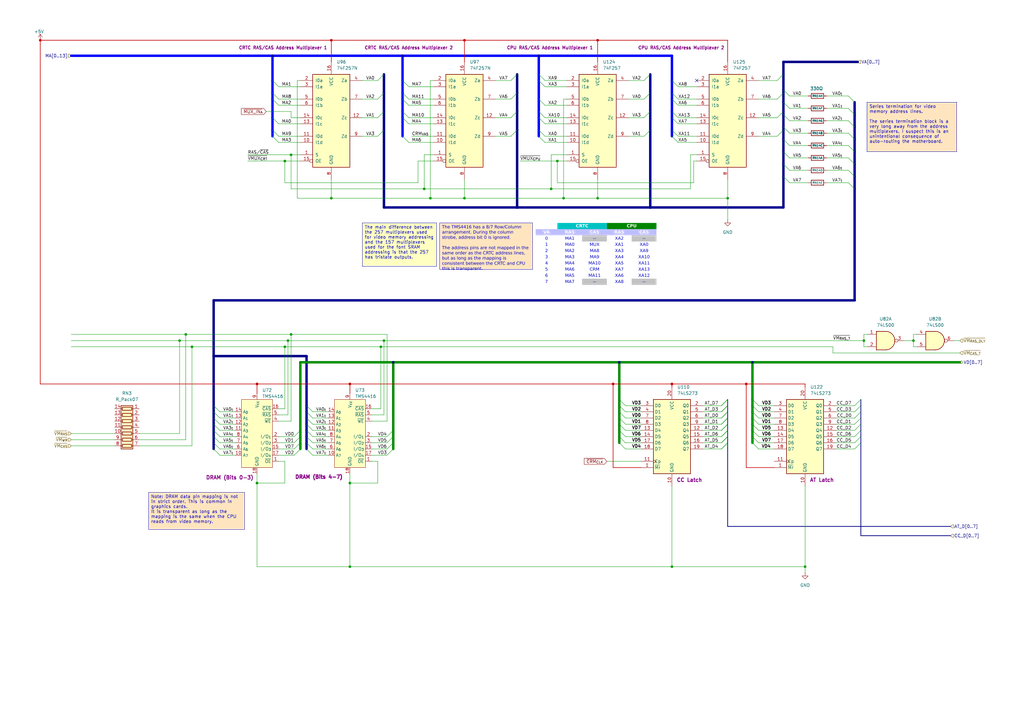
<source format=kicad_sch>
(kicad_sch (version 20250114) (generator "eeschema") (generator_version "9.0")
  (paper "A3")
  (text_box "Series termination for video memory address lines.\n\nThe series termination block is a very long away from the address multiplexers. I suspect this is an unintentional consequence of auto-routing the motherboard." (at 355.6 41.91 0) (size 36.83 20.32) (margins 0.9525 0.9525 0.9525 0.9525) (fill (type color) (color 255 229 191 1)) (effects (font (size 1.27 1.27)) (justify left top)))
  (text_box "Note: DRAM data pin mapping is not in strict order. This is common in graphics cards.\nIt is transparent as long as the mapping is the same when the CPU reads from video memory." (at 60.96 201.93 0) (size 39.37 15.24) (margins 0.9525 0.9525 0.9525 0.9525) (fill (type color) (color 255 229 191 1)) (effects (font (size 1.27 1.27)) (justify left top)))
  (text_box "The TMS4416 has a 8/7 Row/Column arrangement. During the column strobe, address bit 0 is ignored.\n\nThe address pins are not mapped in the same order as the CRTC address lines, but as long as the mapping is consistent between the CRTC and CPU this is transparent." (at 180.34 91.44 0) (size 38.1 19.05) (margins 0.9525 0.9525 0.9525 0.9525) (fill (type color) (color 255 229 191 1)) (effects (font (size 1.27 1.27)) (justify left top)))
  (text_box "The main difference between the 257 multiplexers used for video memory addressing and the 157 multiplexers used for the font SRAM addressing is that the 257 has tristate outputs." (at 148.59 91.44 0) (size 30.48 17.78) (margins 0.9525 0.9525 0.9525 0.9525) (fill (type color) (color 255 255 194 1)) (effects (font (size 1.27 1.27)) (justify left top)))
  (junction (at 116.84 66.04))
  (junction (at 251.46 157.48) (color 194 0 0 1))
  (junction (at 231.14 81.28))
  (junction (at 143.51 157.48) (color 194 0 0 1))
  (junction (at 275.59 157.48) (color 194 0 0 1))
  (junction (at 119.38 137.16))
  (junction (at 135.89 81.28))
  (junction (at 226.06 77.47))
  (junction (at 116.84 142.24))
  (junction (at 254 148.59))
  (junction (at 119.38 63.5))
  (junction (at 212.09 85.09))
  (junction (at 190.5 16.51) (color 194 0 0 1))
  (junction (at 374.65 139.7))
  (junction (at 266.7 85.09))
  (junction (at 87.63 146.05))
  (junction (at 161.29 148.59))
  (junction (at 176.53 81.28))
  (junction (at 275.59 232.41))
  (junction (at 245.11 81.28))
  (junction (at 245.11 16.51) (color 194 0 0 1))
  (junction (at 16.51 16.51) (color 194 0 0 1))
  (junction (at 111.76 22.86))
  (junction (at 73.66 139.7))
  (junction (at 135.89 16.51) (color 194 0 0 1))
  (junction (at 354.33 139.7))
  (junction (at 105.41 198.12))
  (junction (at 156.21 142.24))
  (junction (at 78.74 142.24))
  (junction (at 173.99 77.47))
  (junction (at 190.5 81.28))
  (junction (at 105.41 157.48) (color 194 0 0 1))
  (junction (at 220.98 22.86))
  (junction (at 228.6 66.04))
  (junction (at 118.11 139.7))
  (junction (at 76.2 137.16))
  (junction (at 143.51 232.41))
  (junction (at 298.45 81.28))
  (junction (at 165.1 22.86))
  (junction (at 306.07 157.48) (color 194 0 0 1))
  (junction (at 157.48 139.7))
  (junction (at 143.51 198.12))
  (junction (at 330.2 232.41))
  (junction (at 308.61 148.59))
  (no_connect (at 285.75 33.02))
  (bus_entry (at 318.77 48.26) (size 2.54 -2.54))
  (bus_entry (at 318.77 40.64) (size 2.54 -2.54))
  (bus_entry (at 154.94 48.26) (size 2.54 -2.54))
  (bus_entry (at 161.29 176.53) (size -2.54 2.54))
  (bus_entry (at 298.45 176.53) (size -2.54 2.54))
  (bus_entry (at 353.06 163.83) (size -2.54 2.54))
  (bus_entry (at 165.1 38.1) (size 2.54 2.54))
  (bus_entry (at 254 173.99) (size 2.54 2.54))
  (bus_entry (at 321.31 72.39) (size 2.54 2.54))
  (bus_entry (at 87.63 176.53) (size 2.54 2.54))
  (bus_entry (at 298.45 163.83) (size -2.54 2.54))
  (bus_entry (at 308.61 173.99) (size 2.54 2.54))
  (bus_entry (at 87.63 171.45) (size 2.54 2.54))
  (bus_entry (at 298.45 163.83) (size -2.54 2.54))
  (bus_entry (at 275.59 45.72) (size 2.54 2.54))
  (bus_entry (at 275.59 53.34) (size 2.54 2.54))
  (bus_entry (at 318.77 55.88) (size 2.54 -2.54))
  (bus_entry (at 111.76 40.64) (size 2.54 2.54))
  (bus_entry (at 87.63 168.91) (size 2.54 2.54))
  (bus_entry (at 353.06 168.91) (size -2.54 2.54))
  (bus_entry (at 298.45 179.07) (size -2.54 2.54))
  (bus_entry (at 264.16 40.64) (size 2.54 -2.54))
  (bus_entry (at 350.52 77.47) (size -2.54 -2.54))
  (bus_entry (at 165.1 55.88) (size 2.54 2.54))
  (bus_entry (at 125.73 181.61) (size 2.54 2.54))
  (bus_entry (at 220.98 30.48) (size 2.54 2.54))
  (bus_entry (at 353.06 171.45) (size -2.54 2.54))
  (bus_entry (at 350.52 52.07) (size -2.54 -2.54))
  (bus_entry (at 275.59 38.1) (size 2.54 2.54))
  (bus_entry (at 321.31 57.15) (size 2.54 2.54))
  (bus_entry (at 220.98 53.34) (size 2.54 2.54))
  (bus_entry (at 350.52 57.15) (size -2.54 -2.54))
  (bus_entry (at 123.19 184.15) (size -2.54 2.54))
  (bus_entry (at 125.73 184.15) (size 2.54 2.54))
  (bus_entry (at 154.94 40.64) (size 2.54 -2.54))
  (bus_entry (at 298.45 171.45) (size -2.54 2.54))
  (bus_entry (at 264.16 48.26) (size 2.54 -2.54))
  (bus_entry (at 275.59 33.02) (size 2.54 2.54))
  (bus_entry (at 87.63 166.37) (size 2.54 2.54))
  (bus_entry (at 125.73 168.91) (size 2.54 2.54))
  (bus_entry (at 353.06 179.07) (size -2.54 2.54))
  (bus_entry (at 254 171.45) (size 2.54 2.54))
  (bus_entry (at 111.76 48.26) (size 2.54 2.54))
  (bus_entry (at 321.31 67.31) (size 2.54 2.54))
  (bus_entry (at 264.16 33.02) (size 2.54 -2.54))
  (bus_entry (at 125.73 176.53) (size 2.54 2.54))
  (bus_entry (at 298.45 168.91) (size -2.54 2.54))
  (bus_entry (at 123.19 176.53) (size -2.54 2.54))
  (bus_entry (at 161.29 184.15) (size -2.54 2.54))
  (bus_entry (at 125.73 166.37) (size 2.54 2.54))
  (bus_entry (at 298.45 166.37) (size -2.54 2.54))
  (bus_entry (at 111.76 55.88) (size 2.54 2.54))
  (bus_entry (at 123.19 179.07) (size -2.54 2.54))
  (bus_entry (at 209.55 55.88) (size 2.54 -2.54))
  (bus_entry (at 220.98 55.88) (size 2.54 2.54))
  (bus_entry (at 298.45 173.99) (size -2.54 2.54))
  (bus_entry (at 308.61 166.37) (size 2.54 2.54))
  (bus_entry (at 350.52 41.91) (size -2.54 -2.54))
  (bus_entry (at 154.94 55.88) (size 2.54 -2.54))
  (bus_entry (at 254 176.53) (size 2.54 2.54))
  (bus_entry (at 321.31 52.07) (size 2.54 2.54))
  (bus_entry (at 308.61 179.07) (size 2.54 2.54))
  (bus_entry (at 298.45 176.53) (size -2.54 2.54))
  (bus_entry (at 264.16 55.88) (size 2.54 -2.54))
  (bus_entry (at 111.76 53.34) (size 2.54 2.54))
  (bus_entry (at 353.06 166.37) (size -2.54 2.54))
  (bus_entry (at 209.55 48.26) (size 2.54 -2.54))
  (bus_entry (at 111.76 33.02) (size 2.54 2.54))
  (bus_entry (at 87.63 181.61) (size 2.54 2.54))
  (bus_entry (at 308.61 181.61) (size 2.54 2.54))
  (bus_entry (at 111.76 38.1) (size 2.54 2.54))
  (bus_entry (at 123.19 181.61) (size -2.54 2.54))
  (bus_entry (at 298.45 181.61) (size -2.54 2.54))
  (bus_entry (at 321.31 46.99) (size 2.54 2.54))
  (bus_entry (at 350.52 62.23) (size -2.54 -2.54))
  (bus_entry (at 318.77 33.02) (size 2.54 -2.54))
  (bus_entry (at 87.63 184.15) (size 2.54 2.54))
  (bus_entry (at 125.73 179.07) (size 2.54 2.54))
  (bus_entry (at 209.55 33.02) (size 2.54 -2.54))
  (bus_entry (at 220.98 45.72) (size 2.54 2.54))
  (bus_entry (at 298.45 181.61) (size -2.54 2.54))
  (bus_entry (at 125.73 171.45) (size 2.54 2.54))
  (bus_entry (at 353.06 176.53) (size -2.54 2.54))
  (bus_entry (at 275.59 40.64) (size 2.54 2.54))
  (bus_entry (at 308.61 171.45) (size 2.54 2.54))
  (bus_entry (at 275.59 48.26) (size 2.54 2.54))
  (bus_entry (at 87.63 179.07) (size 2.54 2.54))
  (bus_entry (at 353.06 181.61) (size -2.54 2.54))
  (bus_entry (at 308.61 163.83) (size 2.54 2.54))
  (bus_entry (at 321.31 36.83) (size 2.54 2.54))
  (bus_entry (at 254 181.61) (size 2.54 2.54))
  (bus_entry (at 220.98 48.26) (size 2.54 2.54))
  (bus_entry (at 298.45 173.99) (size -2.54 2.54))
  (bus_entry (at 254 163.83) (size 2.54 2.54))
  (bus_entry (at 308.61 176.53) (size 2.54 2.54))
  (bus_entry (at 298.45 179.07) (size -2.54 2.54))
  (bus_entry (at 209.55 40.64) (size 2.54 -2.54))
  (bus_entry (at 275.59 55.88) (size 2.54 2.54))
  (bus_entry (at 350.52 67.31) (size -2.54 -2.54))
  (bus_entry (at 161.29 179.07) (size -2.54 2.54))
  (bus_entry (at 254 168.91) (size 2.54 2.54))
  (bus_entry (at 353.06 173.99) (size -2.54 2.54))
  (bus_entry (at 220.98 40.64) (size 2.54 2.54))
  (bus_entry (at 298.45 168.91) (size -2.54 2.54))
  (bus_entry (at 165.1 33.02) (size 2.54 2.54))
  (bus_entry (at 350.52 46.99) (size -2.54 -2.54))
  (bus_entry (at 350.52 72.39) (size -2.54 -2.54))
  (bus_entry (at 321.31 41.91) (size 2.54 2.54))
  (bus_entry (at 154.94 33.02) (size 2.54 -2.54))
  (bus_entry (at 165.1 48.26) (size 2.54 2.54))
  (bus_entry (at 161.29 181.61) (size -2.54 2.54))
  (bus_entry (at 165.1 40.64) (size 2.54 2.54))
  (bus_entry (at 321.31 62.23) (size 2.54 2.54))
  (bus_entry (at 254 166.37) (size 2.54 2.54))
  (bus_entry (at 298.45 166.37) (size -2.54 2.54))
  (bus_entry (at 254 179.07) (size 2.54 2.54))
  (bus_entry (at 165.1 45.72) (size 2.54 2.54))
  (bus_entry (at 308.61 168.91) (size 2.54 2.54))
  (bus_entry (at 125.73 173.99) (size 2.54 2.54))
  (bus_entry (at 220.98 33.02) (size 2.54 2.54))
  (bus_entry (at 298.45 171.45) (size -2.54 2.54))
  (bus_entry (at 87.63 173.99) (size 2.54 2.54))
  (wire (pts (xy 135.89 16.51) (xy 190.5 16.51)) (stroke (width 0.25) (color 194 0 0 1)))
  (wire (pts (xy 228.6 66.04) (xy 232.41 66.04)))
  (wire (pts (xy 374.65 137.16) (xy 374.65 139.7)))
  (wire (pts (xy 374.65 142.24) (xy 375.92 142.24)))
  (wire (pts (xy 105.41 157.48) (xy 16.51 157.48)) (stroke (width 0.25) (color 194 0 0 1)))
  (wire (pts (xy 101.6 63.5) (xy 119.38 63.5)))
  (wire (pts (xy 245.11 81.28) (xy 298.45 81.28)))
  (bus (pts (xy 350.52 41.91) (xy 350.52 46.99)) (stroke (width 1)))
  (bus (pts (xy 220.98 40.64) (xy 220.98 45.72)) (stroke (width 1) (color 0 0 255 1)))
  (bus (pts (xy 350.52 46.99) (xy 350.52 52.07)) (stroke (width 1)))
  (bus (pts (xy 353.06 181.61) (xy 353.06 179.07)))
  (wire (pts (xy 275.59 232.41) (xy 143.51 232.41)))
  (bus (pts (xy 87.63 176.53) (xy 87.63 179.07)) (stroke (width 1)))
  (bus (pts (xy 212.09 85.09) (xy 266.7 85.09)) (stroke (width 1)))
  (wire (pts (xy 29.21 177.8) (xy 46.99 177.8)))
  (wire (pts (xy 311.15 168.91) (xy 317.5 168.91)))
  (wire (pts (xy 257.81 48.26) (xy 264.16 48.26)))
  (wire (pts (xy 257.81 55.88) (xy 264.16 55.88)))
  (wire (pts (xy 190.5 81.28) (xy 231.14 81.28)))
  (wire (pts (xy 121.92 33.02) (xy 121.92 81.28)))
  (bus (pts (xy 321.31 36.83) (xy 321.31 30.48)) (stroke (width 1)))
  (wire (pts (xy 245.11 16.51) (xy 298.45 16.51)) (stroke (width 0.25) (color 194 0 0 1)))
  (bus (pts (xy 275.59 48.26) (xy 275.59 53.34)) (stroke (width 1) (color 0 0 255 1)))
  (wire (pts (xy 354.33 142.24) (xy 355.6 142.24)))
  (wire (pts (xy 339.09 49.53) (xy 347.98 49.53)))
  (wire (pts (xy 342.9 181.61) (xy 350.52 181.61)))
  (bus (pts (xy 165.1 40.64) (xy 165.1 45.72)) (stroke (width 1) (color 0 0 255 1)))
  (wire (pts (xy 339.09 74.93) (xy 347.98 74.93)))
  (wire (pts (xy 374.65 137.16) (xy 375.92 137.16)))
  (wire (pts (xy 135.89 73.66) (xy 135.89 81.28)))
  (wire (pts (xy 176.53 33.02) (xy 176.53 81.28)))
  (bus (pts (xy 125.73 171.45) (xy 125.73 173.99)) (stroke (width 1)))
  (wire (pts (xy 323.85 44.45) (xy 331.47 44.45)))
  (wire (pts (xy 323.85 39.37) (xy 331.47 39.37)))
  (bus (pts (xy 161.29 181.61) (xy 161.29 179.07)) (stroke (width 1) (color 0 132 0 1)))
  (wire (pts (xy 228.6 66.04) (xy 228.6 74.93)))
  (wire (pts (xy 90.17 168.91) (xy 96.52 168.91)))
  (bus (pts (xy 87.63 181.61) (xy 87.63 184.15)) (stroke (width 1)))
  (bus (pts (xy 111.76 22.86) (xy 29.21 22.86)) (stroke (width 1) (color 0 0 255 1)))
  (bus (pts (xy 266.7 45.72) (xy 266.7 53.34)) (stroke (width 1)))
  (bus (pts (xy 275.59 53.34) (xy 275.59 55.88)) (stroke (width 1) (color 0 0 255 1)))
  (bus (pts (xy 125.73 179.07) (xy 125.73 181.61)) (stroke (width 1)))
  (wire (pts (xy 342.9 168.91) (xy 350.52 168.91)))
  (bus (pts (xy 353.06 171.45) (xy 353.06 168.91)))
  (wire (pts (xy 323.85 64.77) (xy 331.47 64.77)))
  (bus (pts (xy 353.06 179.07) (xy 353.06 176.53)))
  (bus (pts (xy 266.7 85.09) (xy 321.31 85.09)) (stroke (width 1)))
  (bus (pts (xy 212.09 53.34) (xy 212.09 85.09)) (stroke (width 1)))
  (bus (pts (xy 321.31 30.48) (xy 321.31 25.4)) (stroke (width 1)))
  (wire (pts (xy 342.9 173.99) (xy 350.52 173.99)))
  (bus (pts (xy 220.98 22.86) (xy 220.98 30.48)) (stroke (width 1) (color 0 0 255 1)))
  (bus (pts (xy 298.45 215.9) (xy 389.89 215.9)))
  (bus (pts (xy 321.31 41.91) (xy 321.31 38.1)) (stroke (width 1)))
  (wire (pts (xy 203.2 40.64) (xy 209.55 40.64)))
  (bus (pts (xy 123.19 148.59) (xy 161.29 148.59)) (stroke (width 1) (color 0 132 0 1)))
  (bus (pts (xy 321.31 46.99) (xy 321.31 45.72)) (stroke (width 1)))
  (wire (pts (xy 341.63 144.78) (xy 393.7 144.78)))
  (bus (pts (xy 275.59 45.72) (xy 275.59 48.26)) (stroke (width 1) (color 0 0 255 1)))
  (wire (pts (xy 29.21 142.24) (xy 78.74 142.24)))
  (wire (pts (xy 393.7 139.7) (xy 391.16 139.7)))
  (wire (pts (xy 176.53 33.02) (xy 177.8 33.02)))
  (bus (pts (xy 212.09 38.1) (xy 212.09 45.72)) (stroke (width 1)))
  (bus (pts (xy 308.61 166.37) (xy 308.61 168.91)) (stroke (width 1) (color 0 132 0 1)))
  (wire (pts (xy 128.27 168.91) (xy 134.62 168.91)))
  (wire (pts (xy 288.29 179.07) (xy 295.91 179.07)))
  (wire (pts (xy 339.09 54.61) (xy 347.98 54.61)))
  (bus (pts (xy 157.48 85.09) (xy 212.09 85.09)) (stroke (width 1)))
  (wire (pts (xy 154.94 189.23) (xy 152.4 189.23)))
  (bus (pts (xy 220.98 33.02) (xy 220.98 40.64)) (stroke (width 1) (color 0 0 255 1)))
  (wire (pts (xy 16.51 16.51) (xy 135.89 16.51)) (stroke (width 0.25) (color 194 0 0 1)))
  (wire (pts (xy 114.3 189.23) (xy 116.84 189.23)))
  (wire (pts (xy 330.2 234.95) (xy 330.2 232.41)))
  (bus (pts (xy 353.06 173.99) (xy 353.06 171.45)))
  (wire (pts (xy 256.54 166.37) (xy 262.89 166.37)))
  (wire (pts (xy 114.3 40.64) (xy 123.19 40.64)))
  (wire (pts (xy 152.4 184.15) (xy 158.75 184.15)))
  (wire (pts (xy 90.17 186.69) (xy 96.52 186.69)))
  (wire (pts (xy 256.54 173.99) (xy 262.89 173.99)))
  (bus (pts (xy 298.45 176.53) (xy 298.45 179.07)))
  (wire (pts (xy 288.29 184.15) (xy 295.91 184.15)))
  (wire (pts (xy 128.27 186.69) (xy 134.62 186.69)))
  (wire (pts (xy 105.41 198.12) (xy 105.41 194.31)))
  (wire (pts (xy 232.41 40.64) (xy 231.14 40.64)))
  (wire (pts (xy 223.52 58.42) (xy 232.41 58.42)))
  (wire (pts (xy 330.2 232.41) (xy 275.59 232.41)))
  (bus (pts (xy 275.59 33.02) (xy 275.59 38.1)) (stroke (width 1) (color 0 0 255 1)))
  (wire (pts (xy 101.6 66.04) (xy 116.84 66.04)))
  (wire (pts (xy 105.41 157.48) (xy 105.41 161.29)) (stroke (width 0.25) (color 194 0 0 1)))
  (bus (pts (xy 111.76 53.34) (xy 111.76 55.88)) (stroke (width 1) (color 0 0 255 1)))
  (wire (pts (xy 114.3 184.15) (xy 120.65 184.15)))
  (wire (pts (xy 223.52 55.88) (xy 232.41 55.88)))
  (bus (pts (xy 350.52 57.15) (xy 350.52 62.23)) (stroke (width 1)))
  (wire (pts (xy 203.2 55.88) (xy 209.55 55.88)))
  (wire (pts (xy 152.4 179.07) (xy 158.75 179.07)))
  (wire (pts (xy 278.13 58.42) (xy 285.75 58.42)))
  (bus (pts (xy 212.09 45.72) (xy 212.09 53.34)) (stroke (width 1)))
  (bus (pts (xy 308.61 148.59) (xy 308.61 163.83)) (stroke (width 1) (color 0 132 0 1)))
  (bus (pts (xy 111.76 40.64) (xy 111.76 38.1)) (stroke (width 1) (color 0 0 255 1)))
  (wire (pts (xy 114.3 181.61) (xy 120.65 181.61)))
  (wire (pts (xy 311.15 40.64) (xy 318.77 40.64)))
  (wire (pts (xy 245.11 73.66) (xy 245.11 81.28)))
  (wire (pts (xy 251.46 191.77) (xy 262.89 191.77)) (stroke (width 0.25) (color 194 0 0 1)))
  (wire (pts (xy 16.51 16.51) (xy 16.51 157.48)) (stroke (width 0.25) (color 194 0 0 1)))
  (wire (pts (xy 90.17 173.99) (xy 96.52 173.99)))
  (wire (pts (xy 283.21 63.5) (xy 285.75 63.5)))
  (wire (pts (xy 168.91 55.88) (xy 177.8 55.88)))
  (wire (pts (xy 251.46 157.48) (xy 143.51 157.48)) (stroke (width 0.25) (color 194 0 0 1)))
  (wire (pts (xy 256.54 176.53) (xy 262.89 176.53)))
  (bus (pts (xy 87.63 123.19) (xy 87.63 146.05)) (stroke (width 1)))
  (bus (pts (xy 308.61 176.53) (xy 308.61 179.07)) (stroke (width 1) (color 0 132 0 1)))
  (wire (pts (xy 90.17 179.07) (xy 96.52 179.07)))
  (wire (pts (xy 109.22 45.72) (xy 119.38 45.72)))
  (bus (pts (xy 165.1 22.86) (xy 220.98 22.86)) (stroke (width 1) (color 0 0 255 1)))
  (wire (pts (xy 190.5 16.51) (xy 245.11 16.51)) (stroke (width 0.25) (color 194 0 0 1)))
  (bus (pts (xy 254 168.91) (xy 254 171.45)) (stroke (width 1) (color 0 132 0 1)))
  (wire (pts (xy 167.64 43.18) (xy 177.8 43.18)))
  (bus (pts (xy 308.61 148.59) (xy 254 148.59)) (stroke (width 1) (color 0 132 0 1)))
  (bus (pts (xy 266.7 30.48) (xy 266.7 38.1)) (stroke (width 1)))
  (bus (pts (xy 111.76 22.86) (xy 111.76 33.02)) (stroke (width 1) (color 0 0 255 1)))
  (wire (pts (xy 256.54 181.61) (xy 262.89 181.61)))
  (bus (pts (xy 157.48 85.09) (xy 157.48 53.34)) (stroke (width 1)))
  (wire (pts (xy 223.52 35.56) (xy 232.41 35.56)))
  (wire (pts (xy 105.41 232.41) (xy 105.41 198.12)))
  (wire (pts (xy 339.09 64.77) (xy 347.98 64.77)))
  (wire (pts (xy 114.3 55.88) (xy 123.19 55.88)))
  (wire (pts (xy 152.4 186.69) (xy 158.75 186.69)))
  (wire (pts (xy 275.59 157.48) (xy 275.59 158.75)) (stroke (width 0.25) (color 194 0 0 1)))
  (bus (pts (xy 220.98 30.48) (xy 220.98 33.02)) (stroke (width 1) (color 0 0 255 1)))
  (wire (pts (xy 148.59 40.64) (xy 154.94 40.64)))
  (wire (pts (xy 354.33 139.7) (xy 354.33 142.24)))
  (bus (pts (xy 321.31 53.34) (xy 321.31 52.07)) (stroke (width 1)))
  (bus (pts (xy 125.73 176.53) (xy 125.73 179.07)) (stroke (width 1)))
  (wire (pts (xy 57.15 180.34) (xy 76.2 180.34)))
  (wire (pts (xy 119.38 137.16) (xy 119.38 172.72)))
  (wire (pts (xy 342.9 179.07) (xy 350.52 179.07)))
  (wire (pts (xy 190.5 16.51) (xy 190.5 25.4)) (stroke (width 0.25) (color 194 0 0 1)))
  (wire (pts (xy 339.09 59.69) (xy 347.98 59.69)))
  (wire (pts (xy 57.15 182.88) (xy 78.74 182.88)))
  (wire (pts (xy 275.59 199.39) (xy 275.59 232.41)))
  (wire (pts (xy 156.21 142.24) (xy 156.21 167.64)))
  (bus (pts (xy 125.73 168.91) (xy 125.73 171.45)) (stroke (width 1)))
  (wire (pts (xy 116.84 142.24) (xy 156.21 142.24)))
  (bus (pts (xy 254 173.99) (xy 254 176.53)) (stroke (width 1) (color 0 132 0 1)))
  (wire (pts (xy 143.51 232.41) (xy 143.51 198.12)))
  (wire (pts (xy 339.09 44.45) (xy 347.98 44.45)))
  (wire (pts (xy 231.14 40.64) (xy 231.14 81.28)))
  (wire (pts (xy 203.2 33.02) (xy 209.55 33.02)))
  (wire (pts (xy 311.15 184.15) (xy 317.5 184.15)))
  (bus (pts (xy 111.76 33.02) (xy 111.76 38.1)) (stroke (width 1) (color 0 0 255 1)))
  (wire (pts (xy 171.45 74.93) (xy 171.45 66.04)))
  (wire (pts (xy 223.52 48.26) (xy 232.41 48.26)))
  (bus (pts (xy 353.06 219.71) (xy 389.89 219.71)))
  (wire (pts (xy 114.3 35.56) (xy 123.19 35.56)))
  (wire (pts (xy 116.84 189.23) (xy 116.84 198.12)))
  (wire (pts (xy 311.15 171.45) (xy 317.5 171.45)))
  (wire (pts (xy 342.9 176.53) (xy 350.52 176.53)))
  (wire (pts (xy 143.51 157.48) (xy 143.51 161.29)) (stroke (width 0.25) (color 194 0 0 1)))
  (wire (pts (xy 128.27 171.45) (xy 134.62 171.45)))
  (bus (pts (xy 254 171.45) (xy 254 173.99)) (stroke (width 1) (color 0 132 0 1)))
  (wire (pts (xy 114.3 58.42) (xy 123.19 58.42)))
  (wire (pts (xy 298.45 73.66) (xy 298.45 81.28)))
  (wire (pts (xy 311.15 179.07) (xy 317.5 179.07)))
  (wire (pts (xy 135.89 16.51) (xy 135.89 25.4)) (stroke (width 0.25) (color 194 0 0 1)))
  (wire (pts (xy 223.52 50.8) (xy 232.41 50.8)))
  (bus (pts (xy 87.63 166.37) (xy 87.63 168.91)) (stroke (width 1)))
  (wire (pts (xy 306.07 157.48) (xy 306.07 191.77)) (stroke (width 0.25) (color 194 0 0 1)))
  (bus (pts (xy 321.31 52.07) (xy 321.31 46.99)) (stroke (width 1)))
  (wire (pts (xy 226.06 63.5) (xy 232.41 63.5)))
  (wire (pts (xy 128.27 173.99) (xy 134.62 173.99)))
  (wire (pts (xy 116.84 66.04) (xy 116.84 74.93)))
  (wire (pts (xy 118.11 139.7) (xy 118.11 170.18)))
  (wire (pts (xy 128.27 179.07) (xy 134.62 179.07)))
  (wire (pts (xy 248.92 189.23) (xy 262.89 189.23)))
  (wire (pts (xy 29.21 137.16) (xy 76.2 137.16)))
  (bus (pts (xy 350.52 52.07) (xy 350.52 57.15)) (stroke (width 1)))
  (bus (pts (xy 111.76 48.26) (xy 111.76 53.34)) (stroke (width 1) (color 0 0 255 1)))
  (wire (pts (xy 156.21 142.24) (xy 341.63 142.24)))
  (bus (pts (xy 87.63 123.19) (xy 350.52 123.19)) (stroke (width 1)))
  (wire (pts (xy 311.15 55.88) (xy 318.77 55.88)))
  (wire (pts (xy 128.27 184.15) (xy 134.62 184.15)))
  (wire (pts (xy 114.3 167.64) (xy 116.84 167.64)))
  (wire (pts (xy 157.48 139.7) (xy 157.48 170.18)))
  (bus (pts (xy 125.73 166.37) (xy 125.73 168.91)) (stroke (width 1)))
  (wire (pts (xy 121.92 33.02) (xy 123.19 33.02)))
  (wire (pts (xy 311.15 166.37) (xy 317.5 166.37)))
  (wire (pts (xy 288.29 173.99) (xy 295.91 173.99)))
  (wire (pts (xy 298.45 81.28) (xy 298.45 90.17)))
  (bus (pts (xy 87.63 171.45) (xy 87.63 173.99)) (stroke (width 1)))
  (wire (pts (xy 228.6 74.93) (xy 284.48 74.93)))
  (bus (pts (xy 350.52 67.31) (xy 350.52 72.39)) (stroke (width 1)))
  (wire (pts (xy 374.65 139.7) (xy 374.65 142.24)))
  (bus (pts (xy 308.61 171.45) (xy 308.61 173.99)) (stroke (width 1) (color 0 132 0 1)))
  (wire (pts (xy 78.74 142.24) (xy 78.74 182.88)))
  (wire (pts (xy 114.3 43.18) (xy 123.19 43.18)))
  (wire (pts (xy 226.06 77.47) (xy 283.21 77.47)))
  (bus (pts (xy 87.63 168.91) (xy 87.63 171.45)) (stroke (width 1)))
  (bus (pts (xy 165.1 33.02) (xy 165.1 38.1)) (stroke (width 1) (color 0 0 255 1)))
  (bus (pts (xy 298.45 173.99) (xy 298.45 171.45)))
  (wire (pts (xy 341.63 142.24) (xy 341.63 144.78)))
  (wire (pts (xy 284.48 66.04) (xy 285.75 66.04)))
  (wire (pts (xy 355.6 137.16) (xy 354.33 137.16)))
  (wire (pts (xy 119.38 63.5) (xy 119.38 77.47)))
  (bus (pts (xy 254 166.37) (xy 254 168.91)) (stroke (width 1) (color 0 132 0 1)))
  (wire (pts (xy 176.53 81.28) (xy 190.5 81.28)))
  (wire (pts (xy 105.41 232.41) (xy 143.51 232.41)))
  (bus (pts (xy 275.59 40.64) (xy 275.59 45.72)) (stroke (width 1) (color 0 0 255 1)))
  (bus (pts (xy 298.45 163.83) (xy 298.45 166.37)))
  (wire (pts (xy 275.59 157.48) (xy 306.07 157.48)) (stroke (width 0.25) (color 194 0 0 1)))
  (wire (pts (xy 173.99 77.47) (xy 226.06 77.47)))
  (bus (pts (xy 321.31 72.39) (xy 321.31 85.09)) (stroke (width 1)))
  (wire (pts (xy 158.75 137.16) (xy 158.75 172.72)))
  (wire (pts (xy 167.64 35.56) (xy 177.8 35.56)))
  (bus (pts (xy 157.48 53.34) (xy 157.48 45.72)) (stroke (width 1)))
  (bus (pts (xy 321.31 45.72) (xy 321.31 41.91)) (stroke (width 1)))
  (wire (pts (xy 245.11 16.51) (xy 245.11 25.4)) (stroke (width 0.25) (color 194 0 0 1)))
  (bus (pts (xy 161.29 184.15) (xy 161.29 181.61)) (stroke (width 1) (color 0 132 0 1)))
  (bus (pts (xy 308.61 168.91) (xy 308.61 171.45)) (stroke (width 1) (color 0 132 0 1)))
  (bus (pts (xy 125.73 146.05) (xy 125.73 166.37)) (stroke (width 1)))
  (bus (pts (xy 353.06 163.83) (xy 353.06 166.37)))
  (bus (pts (xy 157.48 45.72) (xy 157.48 38.1)) (stroke (width 1)))
  (bus (pts (xy 298.45 181.61) (xy 298.45 179.07)))
  (wire (pts (xy 203.2 48.26) (xy 209.55 48.26)))
  (wire (pts (xy 256.54 184.15) (xy 262.89 184.15)))
  (wire (pts (xy 143.51 198.12) (xy 154.94 198.12)))
  (bus (pts (xy 308.61 179.07) (xy 308.61 181.61)) (stroke (width 1) (color 0 132 0 1)))
  (wire (pts (xy 128.27 181.61) (xy 134.62 181.61)))
  (wire (pts (xy 278.13 50.8) (xy 285.75 50.8)))
  (wire (pts (xy 323.85 59.69) (xy 331.47 59.69)))
  (wire (pts (xy 143.51 194.31) (xy 143.51 198.12)))
  (bus (pts (xy 125.73 173.99) (xy 125.73 176.53)) (stroke (width 1)))
  (wire (pts (xy 143.51 157.48) (xy 105.41 157.48)) (stroke (width 0.25) (color 194 0 0 1)))
  (wire (pts (xy 288.29 176.53) (xy 295.91 176.53)))
  (wire (pts (xy 114.3 186.69) (xy 120.65 186.69)))
  (wire (pts (xy 116.84 142.24) (xy 116.84 167.64)))
  (wire (pts (xy 173.99 63.5) (xy 177.8 63.5)))
  (wire (pts (xy 257.81 33.02) (xy 264.16 33.02)))
  (wire (pts (xy 119.38 45.72) (xy 119.38 48.26)))
  (wire (pts (xy 73.66 139.7) (xy 73.66 177.8)))
  (bus (pts (xy 298.45 176.53) (xy 298.45 173.99)))
  (wire (pts (xy 90.17 184.15) (xy 96.52 184.15)))
  (wire (pts (xy 278.13 40.64) (xy 285.75 40.64)))
  (bus (pts (xy 298.45 181.61) (xy 298.45 215.9)))
  (wire (pts (xy 231.14 81.28) (xy 245.11 81.28)))
  (wire (pts (xy 226.06 77.47) (xy 226.06 63.5)))
  (bus (pts (xy 254 148.59) (xy 254 163.83)) (stroke (width 1) (color 0 132 0 1)))
  (wire (pts (xy 342.9 184.15) (xy 350.52 184.15)))
  (wire (pts (xy 283.21 77.47) (xy 283.21 63.5)))
  (bus (pts (xy 308.61 163.83) (xy 308.61 166.37)) (stroke (width 1) (color 0 132 0 1)))
  (wire (pts (xy 135.89 81.28) (xy 176.53 81.28)))
  (wire (pts (xy 330.2 157.48) (xy 330.2 158.75)) (stroke (width 0.25) (color 194 0 0 1)))
  (wire (pts (xy 167.64 40.64) (xy 177.8 40.64)))
  (wire (pts (xy 278.13 48.26) (xy 285.75 48.26)))
  (bus (pts (xy 123.19 179.07) (xy 123.19 181.61)) (stroke (width 1) (color 0 132 0 1)))
  (bus (pts (xy 111.76 22.86) (xy 165.1 22.86)) (stroke (width 1) (color 0 0 255 1)))
  (wire (pts (xy 119.38 77.47) (xy 173.99 77.47)))
  (wire (pts (xy 223.52 43.18) (xy 232.41 43.18)))
  (wire (pts (xy 119.38 48.26) (xy 123.19 48.26)))
  (wire (pts (xy 29.21 182.88) (xy 46.99 182.88)))
  (wire (pts (xy 311.15 173.99) (xy 317.5 173.99)))
  (wire (pts (xy 354.33 139.7) (xy 354.33 137.16)))
  (wire (pts (xy 311.15 181.61) (xy 317.5 181.61)))
  (wire (pts (xy 298.45 16.51) (xy 298.45 25.4)) (stroke (width 0.25) (color 194 0 0 1)))
  (bus (pts (xy 220.98 45.72) (xy 220.98 48.26)) (stroke (width 1) (color 0 0 255 1)))
  (bus (pts (xy 111.76 40.64) (xy 111.76 48.26)) (stroke (width 1) (color 0 0 255 1)))
  (bus (pts (xy 212.09 30.48) (xy 212.09 38.1)) (stroke (width 1)))
  (bus (pts (xy 157.48 38.1) (xy 157.48 30.48)) (stroke (width 1)))
  (wire (pts (xy 157.48 170.18) (xy 152.4 170.18)))
  (bus (pts (xy 254 176.53) (xy 254 179.07)) (stroke (width 1) (color 0 132 0 1)))
  (wire (pts (xy 173.99 77.47) (xy 173.99 63.5)))
  (wire (pts (xy 311.15 33.02) (xy 318.77 33.02)))
  (bus (pts (xy 87.63 146.05) (xy 125.73 146.05)) (stroke (width 1)))
  (bus (pts (xy 161.29 148.59) (xy 254 148.59)) (stroke (width 1) (color 0 132 0 1)))
  (bus (pts (xy 298.45 168.91) (xy 298.45 171.45)))
  (bus (pts (xy 123.19 148.59) (xy 123.19 176.53)) (stroke (width 1) (color 0 132 0 1)))
  (wire (pts (xy 278.13 55.88) (xy 285.75 55.88)))
  (bus (pts (xy 87.63 179.07) (xy 87.63 181.61)) (stroke (width 1)))
  (wire (pts (xy 118.11 139.7) (xy 157.48 139.7)))
  (wire (pts (xy 167.64 50.8) (xy 177.8 50.8)))
  (wire (pts (xy 213.36 66.04) (xy 228.6 66.04)))
  (wire (pts (xy 119.38 63.5) (xy 123.19 63.5)))
  (wire (pts (xy 256.54 179.07) (xy 262.89 179.07)))
  (bus (pts (xy 87.63 146.05) (xy 87.63 166.37)) (stroke (width 1)))
  (bus (pts (xy 161.29 176.53) (xy 161.29 179.07)) (stroke (width 1) (color 0 132 0 1)))
  (bus (pts (xy 321.31 62.23) (xy 321.31 57.15)) (stroke (width 1)))
  (bus (pts (xy 165.1 45.72) (xy 165.1 48.26)) (stroke (width 1) (color 0 0 255 1)))
  (wire (pts (xy 323.85 69.85) (xy 331.47 69.85)))
  (wire (pts (xy 288.29 181.61) (xy 295.91 181.61)))
  (wire (pts (xy 29.21 180.34) (xy 46.99 180.34)))
  (wire (pts (xy 90.17 171.45) (xy 96.52 171.45)))
  (wire (pts (xy 311.15 176.53) (xy 317.5 176.53)))
  (wire (pts (xy 370.84 139.7) (xy 374.65 139.7)))
  (bus (pts (xy 161.29 148.59) (xy 161.29 176.53)) (stroke (width 1) (color 0 132 0 1)))
  (wire (pts (xy 339.09 69.85) (xy 347.98 69.85)))
  (bus (pts (xy 350.52 123.19) (xy 350.52 77.47)) (stroke (width 1)))
  (wire (pts (xy 330.2 199.39) (xy 330.2 232.41)))
  (wire (pts (xy 114.3 179.07) (xy 120.65 179.07)))
  (wire (pts (xy 342.9 166.37) (xy 350.52 166.37)))
  (bus (pts (xy 266.7 38.1) (xy 266.7 45.72)) (stroke (width 1)))
  (wire (pts (xy 29.21 139.7) (xy 73.66 139.7)))
  (wire (pts (xy 116.84 198.12) (xy 105.41 198.12)))
  (wire (pts (xy 157.48 139.7) (xy 354.33 139.7)))
  (bus (pts (xy 275.59 40.64) (xy 275.59 38.1)) (stroke (width 1) (color 0 0 255 1)))
  (bus (pts (xy 123.19 184.15) (xy 123.19 181.61)) (stroke (width 1) (color 0 132 0 1)))
  (wire (pts (xy 278.13 43.18) (xy 285.75 43.18)))
  (bus (pts (xy 220.98 53.34) (xy 220.98 55.88)) (stroke (width 1) (color 0 0 255 1)))
  (wire (pts (xy 152.4 181.61) (xy 158.75 181.61)))
  (wire (pts (xy 114.3 172.72) (xy 119.38 172.72)))
  (wire (pts (xy 90.17 176.53) (xy 96.52 176.53)))
  (wire (pts (xy 90.17 181.61) (xy 96.52 181.61)))
  (bus (pts (xy 321.31 38.1) (xy 321.31 36.83)) (stroke (width 1)))
  (wire (pts (xy 171.45 66.04) (xy 177.8 66.04)))
  (wire (pts (xy 251.46 157.48) (xy 251.46 191.77)) (stroke (width 0.25) (color 194 0 0 1)))
  (bus (pts (xy 254 179.07) (xy 254 181.61)) (stroke (width 1) (color 0 132 0 1)))
  (wire (pts (xy 76.2 180.34) (xy 76.2 137.16)))
  (wire (pts (xy 156.21 167.64) (xy 152.4 167.64)))
  (bus (pts (xy 254 163.83) (xy 254 166.37)) (stroke (width 1) (color 0 132 0 1)))
  (wire (pts (xy 257.81 40.64) (xy 264.16 40.64)))
  (bus (pts (xy 87.63 173.99) (xy 87.63 176.53)) (stroke (width 1)))
  (wire (pts (xy 148.59 48.26) (xy 154.94 48.26)))
  (bus (pts (xy 165.1 40.64) (xy 165.1 38.1)) (stroke (width 1) (color 0 0 255 1)))
  (wire (pts (xy 114.3 170.18) (xy 118.11 170.18)))
  (bus (pts (xy 165.1 22.86) (xy 165.1 33.02)) (stroke (width 1) (color 0 0 255 1)))
  (bus (pts (xy 350.52 72.39) (xy 350.52 77.47)) (stroke (width 1)))
  (wire (pts (xy 119.38 137.16) (xy 158.75 137.16)))
  (wire (pts (xy 73.66 139.7) (xy 118.11 139.7)))
  (wire (pts (xy 154.94 198.12) (xy 154.94 189.23)))
  (wire (pts (xy 339.09 39.37) (xy 347.98 39.37)))
  (wire (pts (xy 158.75 172.72) (xy 152.4 172.72)))
  (bus (pts (xy 165.1 48.26) (xy 165.1 55.88)) (stroke (width 1) (color 0 0 255 1)))
  (wire (pts (xy 288.29 168.91) (xy 295.91 168.91)))
  (bus (pts (xy 321.31 25.4) (xy 351.79 25.4)) (stroke (width 1)))
  (bus (pts (xy 353.06 181.61) (xy 353.06 219.71)))
  (wire (pts (xy 323.85 74.93) (xy 331.47 74.93)))
  (bus (pts (xy 125.73 181.61) (xy 125.73 184.15)) (stroke (width 1)))
  (wire (pts (xy 278.13 35.56) (xy 285.75 35.56)))
  (wire (pts (xy 116.84 74.93) (xy 171.45 74.93)))
  (wire (pts (xy 306.07 191.77) (xy 317.5 191.77)) (stroke (width 0.25) (color 194 0 0 1)))
  (wire (pts (xy 256.54 171.45) (xy 262.89 171.45)))
  (wire (pts (xy 148.59 33.02) (xy 154.94 33.02)))
  (wire (pts (xy 223.52 33.02) (xy 232.41 33.02)))
  (wire (pts (xy 128.27 176.53) (xy 134.62 176.53)))
  (wire (pts (xy 288.29 166.37) (xy 295.91 166.37)))
  (wire (pts (xy 78.74 142.24) (xy 116.84 142.24)))
  (bus (pts (xy 298.45 166.37) (xy 298.45 168.91)))
  (bus (pts (xy 123.19 179.07) (xy 123.19 176.53)) (stroke (width 1) (color 0 132 0 1)))
  (bus (pts (xy 220.98 22.86) (xy 275.59 22.86)) (stroke (width 1) (color 0 0 255 1)))
  (wire (pts (xy 323.85 54.61) (xy 331.47 54.61)))
  (wire (pts (xy 121.92 81.28) (xy 135.89 81.28)))
  (wire (pts (xy 167.64 58.42) (xy 177.8 58.42)))
  (wire (pts (xy 190.5 73.66) (xy 190.5 81.28)))
  (wire (pts (xy 256.54 168.91) (xy 262.89 168.91)))
  (bus (pts (xy 266.7 53.34) (xy 266.7 85.09)) (stroke (width 1)))
  (bus (pts (xy 353.06 176.53) (xy 353.06 173.99)))
  (bus (pts (xy 275.59 22.86) (xy 275.59 33.02)) (stroke (width 1) (color 0 0 255 1)))
  (bus (pts (xy 350.52 62.23) (xy 350.52 67.31)) (stroke (width 1)))
  (bus (pts (xy 321.31 72.39) (xy 321.31 67.31)) (stroke (width 1)))
  (wire (pts (xy 114.3 50.8) (xy 123.19 50.8)))
  (wire (pts (xy 323.85 49.53) (xy 331.47 49.53)))
  (bus (pts (xy 220.98 48.26) (xy 220.98 53.34)) (stroke (width 1) (color 0 0 255 1)))
  (wire (pts (xy 342.9 171.45) (xy 350.52 171.45)))
  (wire (pts (xy 330.2 157.48) (xy 306.07 157.48)) (stroke (width 0.25) (color 194 0 0 1)))
  (bus (pts (xy 321.31 67.31) (xy 321.31 62.23)) (stroke (width 1)))
  (wire (pts (xy 148.59 55.88) (xy 154.94 55.88)))
  (wire (pts (xy 284.48 74.93) (xy 284.48 66.04)))
  (bus (pts (xy 353.06 168.91) (xy 353.06 166.37)))
  (wire (pts (xy 288.29 171.45) (xy 295.91 171.45)))
  (wire (pts (xy 311.15 48.26) (xy 318.77 48.26)))
  (wire (pts (xy 76.2 137.16) (xy 119.38 137.16)))
  (wire (pts (xy 167.64 48.26) (xy 177.8 48.26)))
  (wire (pts (xy 275.59 157.48) (xy 251.46 157.48)) (stroke (width 0.25) (color 194 0 0 1)))
  (bus (pts (xy 321.31 57.15) (xy 321.31 53.34)) (stroke (width 1)))
  (bus (pts (xy 308.61 173.99) (xy 308.61 176.53)) (stroke (width 1) (color 0 132 0 1)))
  (bus (pts (xy 308.61 148.59) (xy 393.7 148.59)) (stroke (width 1) (color 0 132 0 1)))
  (wire (pts (xy 116.84 66.04) (xy 123.19 66.04)))
  (wire (pts (xy 73.66 177.8) (xy 57.15 177.8)))
  (table (column_count 5) (border (external yes) (header yes)) (separators (rows yes) (cols yes)) (column_widths 8.89 10.16 10.16 10.16 10.16) (row_heights 2.54 2.54 2.54 2.54 2.54 2.54 2.54 2.54 2.54 2.54) (cells (table_cell "" (at 219.71 91.44 0) (size 8.89 2.54) (margins 0.9525 0.9525 0.9525 0.9525) (span 1 1)) (table_cell "CRTC" (at 228.6 91.44 0) (size 20.32 2.54) (margins 0.9525 0.9525 0.9525 0.9525) (span 2 1) (fill (type color) (color 0 194 194 1))) (table_cell "" (at 238.76 91.44 0) (size 10.16 2.54) (margins 0.9525 0.9525 0.9525 0.9525) (span 0 0) (fill (type color) (color 0 0 255 0.26))) (table_cell "CPU" (at 248.92 91.44 0) (size 20.32 2.54) (margins 0.9525 0.9525 0.9525 0.9525) (span 2 1) (fill (type color) (color 0 132 0 1))) (table_cell "CPU" (at 259.08 91.44 0) (size 10.16 2.54) (margins 0.9525 0.9525 0.9525 0.9525) (span 0 0) (fill (type color) (color 0 0 255 0.26))) (table_cell "VA" (at 219.71 93.98 0) (size 8.89 2.54) (margins 0.9525 0.9525 0.9525 0.9525) (span 1 1) (fill (type color) (color 0 0 255 0.26))) (table_cell "RAS" (at 228.6 93.98 0) (size 10.16 2.54) (margins 0.9525 0.9525 0.9525 0.9525) (span 1 1) (fill (type color) (color 0 0 255 0.26))) (table_cell "CAS" (at 238.76 93.98 0) (size 10.16 2.54) (margins 0.9525 0.9525 0.9525 0.9525) (span 1 1) (fill (type color) (color 0 0 255 0.26))) (table_cell "RAS" (at 248.92 93.98 0) (size 10.16 2.54) (margins 0.9525 0.9525 0.9525 0.9525) (span 1 1) (fill (type color) (color 0 0 255 0.26))) (table_cell "CAS" (at 259.08 93.98 0) (size 10.16 2.54) (margins 0.9525 0.9525 0.9525 0.9525) (span 1 1) (fill (type color) (color 0 0 255 0.26))) (table_cell "0" (at 219.71 96.52 0) (size 8.89 2.54) (margins 0.9525 0.9525 0.9525 0.9525) (span 1 1) (fill (type color) (color 255 255 255 1))) (table_cell "MA1" (at 228.6 96.52 0) (size 10.16 2.54) (margins 0.9525 0.9525 0.9525 0.9525) (span 1 1) (fill (type color) (color 255 255 255 1))) (table_cell "--" (at 238.76 96.52 0) (size 10.16 2.54) (margins 0.9525 0.9525 0.9525 0.9525) (span 1 1) (fill (type color) (color 194 194 194 1))) (table_cell "XA2" (at 248.92 96.52 0) (size 10.16 2.54) (margins 0.9525 0.9525 0.9525 0.9525) (span 1 1) (fill (type color) (color 255 255 255 1))) (table_cell "--" (at 259.08 96.52 0) (size 10.16 2.54) (margins 0.9525 0.9525 0.9525 0.9525) (span 1 1) (fill (type color) (color 194 194 194 1))) (table_cell "1" (at 219.71 99.06 0) (size 8.89 2.54) (margins 0.9525 0.9525 0.9525 0.9525) (span 1 1) (fill (type color) (color 255 255 255 1))) (table_cell "MA0" (at 228.6 99.06 0) (size 10.16 2.54) (margins 0.9525 0.9525 0.9525 0.9525) (span 1 1) (fill (type color) (color 255 255 255 1))) (table_cell "MUX" (at 238.76 99.06 0) (size 10.16 2.54) (margins 0.9525 0.9525 0.9525 0.9525) (span 1 1) (fill (type color) (color 255 255 255 1))) (table_cell "XA1" (at 248.92 99.06 0) (size 10.16 2.54) (margins 0.9525 0.9525 0.9525 0.9525) (span 1 1) (fill (type color) (color 255 255 255 1))) (table_cell "XA0" (at 259.08 99.06 0) (size 10.16 2.54) (margins 0.9525 0.9525 0.9525 0.9525) (span 1 1) (fill (type color) (color 255 255 255 1))) (table_cell "2" (at 219.71 101.6 0) (size 8.89 2.54) (margins 0.9525 0.9525 0.9525 0.9525) (span 1 1) (fill (type color) (color 255 255 255 1))) (table_cell "MA2" (at 228.6 101.6 0) (size 10.16 2.54) (margins 0.9525 0.9525 0.9525 0.9525) (span 1 1) (fill (type color) (color 255 255 255 1))) (table_cell "MA8" (at 238.76 101.6 0) (size 10.16 2.54) (margins 0.9525 0.9525 0.9525 0.9525) (span 1 1) (fill (type color) (color 255 255 255 1))) (table_cell "XA3" (at 248.92 101.6 0) (size 10.16 2.54) (margins 0.9525 0.9525 0.9525 0.9525) (span 1 1) (fill (type color) (color 255 255 255 1))) (table_cell "XA9" (at 259.08 101.6 0) (size 10.16 2.54) (margins 0.9525 0.9525 0.9525 0.9525) (span 1 1) (fill (type color) (color 255 255 255 1))) (table_cell "3" (at 219.71 104.14 0) (size 8.89 2.54) (margins 0.9525 0.9525 0.9525 0.9525) (span 1 1) (fill (type color) (color 255 255 255 1))) (table_cell "MA3" (at 228.6 104.14 0) (size 10.16 2.54) (margins 0.9525 0.9525 0.9525 0.9525) (span 1 1) (fill (type color) (color 255 255 255 1))) (table_cell "MA9" (at 238.76 104.14 0) (size 10.16 2.54) (margins 0.9525 0.9525 0.9525 0.9525) (span 1 1) (fill (type color) (color 255 255 255 1))) (table_cell "XA4" (at 248.92 104.14 0) (size 10.16 2.54) (margins 0.9525 0.9525 0.9525 0.9525) (span 1 1) (fill (type color) (color 255 255 255 1))) (table_cell "XA10" (at 259.08 104.14 0) (size 10.16 2.54) (margins 0.9525 0.9525 0.9525 0.9525) (span 1 1) (fill (type color) (color 255 255 255 1))) (table_cell "4" (at 219.71 106.68 0) (size 8.89 2.54) (margins 0.9525 0.9525 0.9525 0.9525) (span 1 1) (fill (type color) (color 255 255 255 1))) (table_cell "MA4" (at 228.6 106.68 0) (size 10.16 2.54) (margins 0.9525 0.9525 0.9525 0.9525) (span 1 1) (fill (type color) (color 255 255 255 1))) (table_cell "MA10" (at 238.76 106.68 0) (size 10.16 2.54) (margins 0.9525 0.9525 0.9525 0.9525) (span 1 1) (fill (type color) (color 255 255 255 1))) (table_cell "XA5" (at 248.92 106.68 0) (size 10.16 2.54) (margins 0.9525 0.9525 0.9525 0.9525) (span 1 1) (fill (type color) (color 255 255 255 1))) (table_cell "XA11" (at 259.08 106.68 0) (size 10.16 2.54) (margins 0.9525 0.9525 0.9525 0.9525) (span 1 1) (fill (type color) (color 255 255 255 1))) (table_cell "5" (at 219.71 109.22 0) (size 8.89 2.54) (margins 0.9525 0.9525 0.9525 0.9525) (span 1 1) (fill (type color) (color 255 255 255 1))) (table_cell "MA6" (at 228.6 109.22 0) (size 10.16 2.54) (margins 0.9525 0.9525 0.9525 0.9525) (span 1 1) (fill (type color) (color 255 255 255 1))) (table_cell "CRM" (at 238.76 109.22 0) (size 10.16 2.54) (margins 0.9525 0.9525 0.9525 0.9525) (span 1 1) (fill (type color) (color 255 255 255 1))) (table_cell "XA7" (at 248.92 109.22 0) (size 10.16 2.54) (margins 0.9525 0.9525 0.9525 0.9525) (span 1 1) (fill (type color) (color 255 255 255 1))) (table_cell "XA13" (at 259.08 109.22 0) (size 10.16 2.54) (margins 0.9525 0.9525 0.9525 0.9525) (span 1 1) (fill (type color) (color 255 255 255 1))) (table_cell "6" (at 219.71 111.76 0) (size 8.89 2.54) (margins 0.9525 0.9525 0.9525 0.9525) (span 1 1) (fill (type color) (color 255 255 255 1))) (table_cell "MA5" (at 228.6 111.76 0) (size 10.16 2.54) (margins 0.9525 0.9525 0.9525 0.9525) (span 1 1) (fill (type color) (color 255 255 255 1))) (table_cell "MA11" (at 238.76 111.76 0) (size 10.16 2.54) (margins 0.9525 0.9525 0.9525 0.9525) (span 1 1) (fill (type color) (color 255 255 255 1))) (table_cell "XA6" (at 248.92 111.76 0) (size 10.16 2.54) (margins 0.9525 0.9525 0.9525 0.9525) (span 1 1) (fill (type color) (color 255 255 255 1))) (table_cell "XA12" (at 259.08 111.76 0) (size 10.16 2.54) (margins 0.9525 0.9525 0.9525 0.9525) (span 1 1) (fill (type color) (color 255 255 255 1))) (table_cell "7" (at 219.71 114.3 0) (size 8.89 2.54) (margins 0.9525 0.9525 0.9525 0.9525) (span 1 1) (fill (type color) (color 255 255 255 1))) (table_cell "MA7" (at 228.6 114.3 0) (size 10.16 2.54) (margins 0.9525 0.9525 0.9525 0.9525) (span 1 1) (fill (type color) (color 255 255 255 1))) (table_cell "--" (at 238.76 114.3 0) (size 10.16 2.54) (margins 0.9525 0.9525 0.9525 0.9525) (span 1 1) (fill (type color) (color 194 194 194 1))) (table_cell "XA8" (at 248.92 114.3 0) (size 10.16 2.54) (margins 0.9525 0.9525 0.9525 0.9525) (span 1 1) (fill (type color) (color 255 255 255 1))) (table_cell "--" (at 259.08 114.3 0) (size 10.16 2.54) (margins 0.9525 0.9525 0.9525 0.9525) (span 1 1) (fill (type color) (color 194 194 194 1)))))
  (label "CC_D5" (at 349.25 181.61 180))
  (label "VD3" (at 154.94 186.69 0))
  (label "VA5_{t}" (at 91.44 181.61 0))
  (label "VA2" (at 153.67 40.64 180))
  (label "VD1" (at 259.08 173.99 0) (effects (font (thickness 0.254) (bold yes))))
  (label "VA6" (at 208.28 40.64 180))
  (label "VA5_{t}" (at 345.44 64.77 180))
  (label "VA0_{t}" (at 129.54 168.91 0))
  (label "VD1" (at 312.42 173.99 0) (effects (font (thickness 0.254) (bold yes))))
  (label "VA3_{t}" (at 91.44 176.53 0))
  (label "MA8" (at 115.57 40.64 0))
  (label "AT_D5" (at 294.64 181.61 180))
  (label "MA6" (at 168.91 58.42 0))
  (label "~{VMUX_{CRT}}" (at 101.6 66.04 0))
  (label "VA7_{t}" (at 345.44 74.93 180))
  (label "VD3" (at 312.42 166.37 0) (effects (font (thickness 0.254) (bold yes))))
  (label "VA4_{t}" (at 129.54 179.07 0))
  (label "XA11" (at 278.13 55.88 0))
  (label "VD1" (at 116.84 181.61 0))
  (label "AT_D7" (at 294.64 166.37 180))
  (label "VA5" (at 316.23 48.26 180))
  (label "CC_D0" (at 349.346 171.45 180))
  (label "MA5" (at 168.91 43.18 0))
  (label "VA4_{t}" (at 345.44 59.69 180))
  (label "AT_D2" (at 294.64 176.53 180))
  (label "VD7" (at 259.08 176.53 0) (effects (font (thickness 0.254) (bold yes))))
  (label "VD5" (at 154.94 181.61 0))
  (label "XA3" (at 224.79 35.56 0))
  (label "XA10" (at 224.79 48.26 0))
  (label "VA4" (at 325.12 59.69 0))
  (label "VA7" (at 325.12 74.93 0))
  (label "MA1" (at 115.57 35.56 0))
  (label "XA0" (at 224.79 55.88 0))
  (label "RAS/~{CAS}" (at 101.6 63.5 0))
  (label "VA6_{t}" (at 345.44 69.85 180))
  (label "VA0" (at 262.89 40.64 180))
  (label "VA2" (at 325.12 49.53 0))
  (label "VD4" (at 154.94 179.07 0))
  (label "VD2" (at 312.42 168.91 0) (effects (font (thickness 0.254) (bold yes))))
  (label "VA6_{t}" (at 129.54 184.15 0))
  (label "VA0" (at 153.67 33.02 180))
  (label "VA2" (at 262.89 33.02 180))
  (label "VA2_{t}" (at 91.44 173.99 0))
  (label "MA4" (at 168.91 50.8 0))
  (label "VA4" (at 316.23 55.88 180))
  (label "MA11" (at 168.91 40.64 0))
  (label "VA7_{t}" (at 129.54 186.69 0))
  (label "VA0_{t}" (at 345.44 39.37 180))
  (label "VA1_{t}" (at 129.54 171.45 0))
  (label "VD6" (at 312.42 179.07 0) (effects (font (thickness 0.254) (bold yes))))
  (label "AT_D0" (at 294.64 171.45 180))
  (label "VA1" (at 262.89 55.88 180))
  (label "VD4" (at 312.2948 184.15 0) (effects (font (thickness 0.254) (bold yes))))
  (label "VA0" (at 325.12 39.37 0))
  (label "CC_D2" (at 349.25 176.53 180))
  (label "VA5_{t}" (at 129.54 181.61 0))
  (label "CRM_{VA5}" (at 168.91 55.88 0))
  (label "VD2" (at 259.08 168.91 0) (effects (font (thickness 0.254) (bold yes))))
  (label "VD7" (at 116.84 184.15 0))
  (label "VA5" (at 325.12 64.77 0))
  (label "VD0" (at 312.42 171.45 0) (effects (font (thickness 0.254) (bold yes))))
  (label "XA7" (at 278.13 50.8 0))
  (label "VA2_{t}" (at 345.44 49.53 180))
  (label "VA3" (at 325.12 54.61 0))
  (label "VA3_{t}" (at 129.54 176.53 0))
  (label "VA3" (at 153.67 55.88 180))
  (label "VA3" (at 262.89 48.26 180))
  (label "CC_D4" (at 349.25 184.15 180))
  (label "VA7" (at 316.23 33.02 180))
  (label "AT_D6" (at 294.64 179.07 180))
  (label "MA3" (at 115.57 58.42 0))
  (label "VA4_{t}" (at 91.44 179.07 0))
  (label "XA9" (at 224.79 33.02 0))
  (label "CC_D3" (at 349.25 168.91 180))
  (label "VD3" (at 259.08 166.37 0) (effects (font (thickness 0.254) (bold yes))))
  (label "CC_D7" (at 349.25 166.37 180))
  (label "VA6" (at 316.23 40.64 180))
  (label "VA0_{t}" (at 91.44 168.91 0))
  (label "XA6" (at 278.13 43.18 0))
  (label "MA7" (at 168.91 35.56 0))
  (label "VD4" (at 259.08 184.15 0) (effects (font (thickness 0.254) (bold yes))))
  (label "VA1" (at 153.67 48.26 180))
  (label "AT_D3" (at 294.64 168.91 180))
  (label "VA1_{t}" (at 91.44 171.45 0))
  (label "XA1" (at 224.79 58.42 0))
  (label "VA5" (at 208.28 55.88 180))
  (label "VD2" (at 116.84 186.69 0))
  (label "VD0" (at 259.08 171.45 0) (effects (font (thickness 0.254) (bold yes))))
  (label "XA4" (at 224.79 50.8 0))
  (label "VA4" (at 208.28 48.26 180))
  (label "VD6" (at 154.94 184.15 0))
  (label "MA10" (at 168.91 48.26 0))
  (label "VD6" (at 259.08 179.07 0) (effects (font (thickness 0.254) (bold yes))))
  (label "VD5" (at 259.08 181.61 0) (effects (font (thickness 0.254) (bold yes))))
  (label "MA9" (at 115.57 55.88 0))
  (label "VA7_{t}" (at 91.44 186.69 0))
  (label "VA3_{t}" (at 345.44 54.61 180))
  (label "VD0" (at 116.84 179.07 0))
  (label "VA2_{t}" (at 129.54 173.99 0))
  (label "MA0" (at 115.57 50.8 0))
  (label "XA12" (at 278.13 40.64 0))
  (label "CC_D6" (at 349.25 179.07 180))
  (label "VA7" (at 208.28 33.02 180))
  (label "~{VM_{RAS_T}}" (at 341.63 139.7 0))
  (label "AT_D1" (at 294.64 173.99 180))
  (label "MA2" (at 115.57 43.18 0))
  (label "XA8" (at 278.13 35.56 0))
  (label "VD7" (at 312.42 181.61 0) (effects (font (thickness 0.254) (bold yes))))
  (label "XA13" (at 278.13 48.26 0))
  (label "~{VMUX_{CPU}}" (at 213.36 66.04 0))
  (label "XA2" (at 224.79 43.18 0))
  (label "XA5" (at 278.13 58.42 0))
  (label "VD5" (at 312.42 176.53 0) (effects (font (thickness 0.254) (bold yes))))
  (label "VA1" (at 325.12 44.45 0))
  (label "VA6" (at 325.12 69.85 0))
  (label "VA1_{t}" (at 345.44 44.45 180))
  (label "CC_D1" (at 349.25 173.99 180))
  (label "VA6_{t}" (at 91.44 184.15 0))
  (label "AT_D4" (at 294.64 184.15 180))
  (global_label "~{MUX_IN_{A}}" (shape input) (at 109.22 45.72 180) (property "Intersheetrefs" "${INTERSHEET_REFS}" (effects (hide yes))))
  (global_label "~{CRM_{CLK}}" (shape input) (at 248.92 189.23 180) (property "Intersheetrefs" "${INTERSHEET_REFS}" (effects (hide yes))))
  (hierarchical_label "CC_D[0..7]" (shape input) (at 389.89 219.71 0))
  (hierarchical_label "~{VM_{CAS_T}}" (shape input) (at 393.7 144.78 0))
  (hierarchical_label "~{VM_{RAS_DLY}}" (shape input) (at 393.7 139.7 0))
  (hierarchical_label "~{VM_{RAS}}" (shape input) (at 29.21 177.8 180))
  (hierarchical_label "VA[0..7]" (shape input) (at 351.79 25.4 0))
  (hierarchical_label "MA[0..13]" (shape input) (at 29.21 22.86 180))
  (hierarchical_label "VD[0..7]" (shape bidirectional) (at 393.7 148.59 0))
  (hierarchical_label "~{VM_{WR}}" (shape input) (at 29.21 180.34 180))
  (hierarchical_label "~{VM_{CAS}}" (shape input) (at 29.21 182.88 180))
  (hierarchical_label "AT_D[0..7]" (shape input) (at 389.89 215.9 0))
  (symbol (lib_id "74xx:74LS257") (at 190.5 48.26 0) (unit 1)
    (property "Reference" "U97" (at 192.6433 25.4 0) (effects (justify left)))
    (property "Value" "74F257N" (at 192.6433 27.94 0) (effects (justify left)))
    (property "Footprint" "Package_DIP:DIP-16_W7.62mm" (effects (hide yes)))
    (property "Description" "Quad 2 to 1 Multiplexer" (effects (hide yes)))
    (property "seq_partno" "74F257N" (effects (hide yes)))
    (property "seq_notes" "CRTC RAS/CAS Address Multiplexer 2" (at 167.64 19.558 0) (effects (font (thickness 0.254) (bold yes))))
  )
  (symbol (lib_id "Device:R_Pack07") (at 52.07 175.26 90) (mirror x) (unit 1)
    (property "Reference" "RN3" (at 52.07 161.29 90))
    (property "Value" "R_Pack07" (at 52.07 163.83 90))
    (property "Footprint" "Package_DIP:DIP-14_W7.62mm" (effects (hide yes)))
    (property "Description" "7 resistor network, parallel topology" (effects (hide yes)))
  )
  (symbol (lib_id "74xx:74LS257") (at 245.11 48.26 0) (unit 1)
    (property "Reference" "U124" (at 247.2533 25.4 0) (effects (justify left)))
    (property "Value" "74F257" (at 247.2533 27.94 0) (effects (justify left)))
    (property "Footprint" "Package_DIP:DIP-16_W7.62mm" (effects (hide yes)))
    (property "Description" "Quad 2 to 1 Multiplexer" (effects (hide yes)))
    (property "seq_partno" "74F257N" (effects (hide yes)))
    (property "seq_silkscreen" "F257" (effects (hide yes)))
    (property "seq_notes" "CPU RAS/CAS Address Multiplexer 1" (at 225.552 19.558 0) (effects (font (thickness 0.254) (bold yes))))
  )
  (symbol (lib_name "R_Pack08_Split_6") (lib_id "Device:R_Pack08_Split") (at 335.28 44.45 90) (unit 6)
    (property "Reference" "RN14" (at 335.28 44.45 90) (effects (font (size 0.85 0.85))))
    (property "Value" "330Ω" (effects (hide yes)))
    (property "Footprint" "Package_DIP:DIP-16_W7.62mm" (effects (hide yes)))
    (property "Description" "8 resistor network, parallel topology, split" (effects (hide yes)))
    (property "seq_partno" "916C181X2SR" (effects (hide yes)))
    (property "seq_silkscreen" "RN6" (effects (hide yes)))
    (property "seq_notes" "Use 330-360 Ohm pack for 256K,  180 Ohm for 640K" (effects (hide yes)))
  )
  (symbol (lib_id "Device:R_Pack08_Split") (at 335.28 54.61 90) (unit 2)
    (property "Reference" "RN14" (at 335.28 54.61 90) (effects (font (size 0.85 0.85))))
    (property "Value" "330Ω" (effects (hide yes)))
    (property "Footprint" "Package_DIP:DIP-16_W7.62mm" (effects (hide yes)))
    (property "Description" "8 resistor network, parallel topology, split" (effects (hide yes)))
    (property "seq_partno" "916C181X2SR" (effects (hide yes)))
    (property "seq_silkscreen" "RN6" (effects (hide yes)))
    (property "seq_notes" "Use 330-360 Ohm pack for 256K,  180 Ohm for 640K" (effects (hide yes)))
  )
  (symbol (lib_name "R_Pack08_Split_5") (lib_id "Device:R_Pack08_Split") (at 335.28 64.77 90) (unit 1)
    (property "Reference" "RN14" (at 335.28 64.77 90) (effects (font (size 0.85 0.85))))
    (property "Value" "330Ω" (at 337.566 36.322 90) (effects (justify left)))
    (property "Footprint" "Package_DIP:DIP-16_W7.62mm" (effects (hide yes)))
    (property "Description" "8 resistor network, parallel topology, split" (effects (hide yes)))
    (property "seq_partno" "916C181X2SR" (effects (hide yes)))
    (property "seq_silkscreen" "RN6" (effects (hide yes)))
    (property "seq_notes" "Use 330-360 Ohm pack for 256K,  180 Ohm for 640K" (effects (hide yes)))
  )
  (symbol (lib_id "74xx:74LS273") (at 275.59 179.07 0) (unit 1)
    (property "Reference" "U110" (at 277.7333 158.75 0) (effects (justify left)))
    (property "Value" "74LS273" (at 277.7333 161.29 0) (effects (justify left)))
    (property "Footprint" "Package_DIP:DIP-20_W7.62mm" (effects (hide yes)))
    (property "Datasheet" "http://www.ti.com/lit/gpn/sn74LS273" (effects (hide yes)))
    (property "Description" "8-bit D Flip-Flop, reset" (effects (hide yes)))
    (property "seq_silkscreen" "LS273" (effects (hide yes)))
    (property "seq_notes" "CC Latch" (at 277.368 196.85 0) (effects (font (size 1.5 1.5) (thickness 0.3) (bold yes)) (justify left)))
  )
  (symbol (lib_id "seequa:TMS4416") (at 143.51 176.53 0) (unit 1)
    (property "Reference" "U73" (at 145.6533 160.02 0) (effects (justify left)))
    (property "Value" "TMS4416" (at 145.6533 162.56 0) (effects (justify left)))
    (property "Footprint" "Package_DIP:DIP-18_W7.62mm" (effects (hide yes)))
    (property "seq_notes" "DRAM (Bits 4-7)" (at 130.81 195.58 0) (effects (font (size 1.5 1.5) (thickness 0.375))))
  )
  (symbol (lib_name "R_Pack08_Split_3") (lib_id "Device:R_Pack08_Split") (at 335.28 49.53 90) (unit 7)
    (property "Reference" "RN14" (at 335.28 49.53 90) (effects (font (size 0.85 0.85))))
    (property "Value" "330Ω" (effects (hide yes)))
    (property "Footprint" "Package_DIP:DIP-16_W7.62mm" (effects (hide yes)))
    (property "Description" "8 resistor network, parallel topology, split" (effects (hide yes)))
    (property "seq_partno" "916C181X2SR" (effects (hide yes)))
    (property "seq_silkscreen" "RN6" (effects (hide yes)))
    (property "seq_notes" "Use 330-360 Ohm pack for 256K,  180 Ohm for 640K" (effects (hide yes)))
  )
  (symbol (lib_id "74xx:74LS257") (at 135.89 48.26 0) (unit 1)
    (property "Reference" "U96" (at 138.0333 25.4 0) (effects (justify left)))
    (property "Value" "74F257N" (at 138.0333 27.94 0) (effects (justify left)))
    (property "Footprint" "Package_DIP:DIP-16_W7.62mm" (effects (hide yes)))
    (property "Description" "Quad 2 to 1 Multiplexer" (effects (hide yes)))
    (property "seq_partno" "74F257N" (effects (hide yes)))
    (property "seq_notes" "CRTC RAS/CAS Address Multiplexer 1" (at 116.078 19.558 0) (effects (font (thickness 0.254) (bold yes))))
  )
  (symbol (lib_name "R_Pack08_Split_7") (lib_id "Device:R_Pack08_Split") (at 335.28 59.69 90) (unit 3)
    (property "Reference" "RN14" (at 335.28 59.69 90) (effects (font (size 0.85 0.85))))
    (property "Value" "330Ω" (effects (hide yes)))
    (property "Footprint" "Package_DIP:DIP-16_W7.62mm" (effects (hide yes)))
    (property "Description" "8 resistor network, parallel topology, split" (effects (hide yes)))
    (property "seq_partno" "916C181X2SR" (effects (hide yes)))
    (property "seq_silkscreen" "RN6" (effects (hide yes)))
    (property "seq_notes" "Use 330-360 Ohm pack for 256K,  180 Ohm for 640K" (effects (hide yes)))
  )
  (symbol (lib_id "74xx:74LS00") (at 363.22 139.7 0) (unit 1)
    (property "Reference" "U82" (at 363.2117 130.81 0))
    (property "Value" "74LS00" (at 363.2117 133.35 0))
    (property "Footprint" "Package_DIP:DIP-14_W7.62mm" (effects (hide yes)))
    (property "Datasheet" "http://www.ti.com/lit/gpn/sn74ls00" (effects (hide yes)))
    (property "Description" "quad 2-input NAND gate" (effects (hide yes)))
  )
  (symbol (lib_name "R_Pack08_Split_4") (lib_id "Device:R_Pack08_Split") (at 335.28 69.85 90) (unit 4)
    (property "Reference" "RN14" (at 335.28 69.85 90) (effects (font (size 0.85 0.85))))
    (property "Value" "330Ω" (effects (hide yes)))
    (property "Footprint" "Package_DIP:DIP-16_W7.62mm" (effects (hide yes)))
    (property "Description" "8 resistor network, parallel topology, split" (effects (hide yes)))
    (property "seq_partno" "916C181X2SR" (effects (hide yes)))
    (property "seq_silkscreen" "RN6" (effects (hide yes)))
    (property "seq_notes" "Use 330-360 Ohm pack for 256K,  180 Ohm for 640K" (effects (hide yes)))
  )
  (symbol (lib_name "R_Pack08_Split_1") (lib_id "Device:R_Pack08_Split") (at 335.28 39.37 90) (unit 8)
    (property "Reference" "RN14" (at 335.28 39.37 90) (effects (font (size 0.85 0.85))))
    (property "Value" "330Ω" (effects (hide yes)))
    (property "Footprint" "Package_DIP:DIP-16_W7.62mm" (effects (hide yes)))
    (property "Description" "8 resistor network, parallel topology, split" (effects (hide yes)))
    (property "seq_partno" "916C181X2SR" (effects (hide yes)))
    (property "seq_silkscreen" "RN6" (effects (hide yes)))
    (property "seq_notes" "Use 330-360 Ohm pack for 256K,  180 Ohm for 640K" (effects (hide yes)))
  )
  (symbol (lib_id "power:GND") (at 298.45 90.17 0) (unit 1)
    (property "Reference" "#PWR044" (effects (hide yes)))
    (property "Value" "GND" (at 298.45 95.25 0))
    (property "Description" "Power symbol creates a global label with name \"GND\" , ground" (effects (hide yes)))
  )
  (symbol (lib_id "74xx:74LS273") (at 330.2 179.07 0) (unit 1)
    (property "Reference" "U122" (at 332.3433 158.75 0) (effects (justify left)))
    (property "Value" "74LS273" (at 332.3433 161.29 0) (effects (justify left)))
    (property "Footprint" "Package_DIP:DIP-20_W7.62mm" (effects (hide yes)))
    (property "Datasheet" "http://www.ti.com/lit/gpn/sn74LS273" (effects (hide yes)))
    (property "Description" "8-bit D Flip-Flop, reset" (effects (hide yes)))
    (property "seq_silkscreen" "LS273" (effects (hide yes)))
    (property "seq_notes" "AT Latch" (at 331.978 196.85 0) (effects (font (size 1.5 1.5) (thickness 0.3) (bold yes)) (justify left)))
  )
  (symbol (lib_id "power:GND") (at 330.2 234.95 0) (unit 1)
    (property "Reference" "#PWR043" (effects (hide yes)))
    (property "Value" "GND" (at 330.2 240.03 0))
    (property "Description" "Power symbol creates a global label with name \"GND\" , ground" (effects (hide yes)))
  )
  (symbol (lib_id "74xx:74LS00") (at 383.54 139.7 0) (unit 2)
    (property "Reference" "U82" (at 383.5317 130.81 0))
    (property "Value" "74LS00" (at 383.5317 133.35 0))
    (property "Footprint" "Package_DIP:DIP-14_W7.62mm" (effects (hide yes)))
    (property "Datasheet" "http://www.ti.com/lit/gpn/sn74ls00" (effects (hide yes)))
    (property "Description" "quad 2-input NAND gate" (effects (hide yes)))
  )
  (symbol (lib_name "R_Pack08_Split_2") (lib_id "Device:R_Pack08_Split") (at 335.28 74.93 90) (unit 5)
    (property "Reference" "RN14" (at 335.28 74.93 90) (effects (font (size 0.85 0.85))))
    (property "Value" "330Ω" (effects (hide yes)))
    (property "Footprint" "Package_DIP:DIP-16_W7.62mm" (effects (hide yes)))
    (property "Description" "8 resistor network, parallel topology, split" (effects (hide yes)))
    (property "seq_partno" "916C181X2SR" (effects (hide yes)))
    (property "seq_silkscreen" "RN6" (effects (hide yes)))
    (property "seq_notes" "Use 330-360 Ohm pack for 256K,  180 Ohm for 640K" (effects (hide yes)))
  )
  (symbol (lib_id "seequa:TMS4416") (at 105.41 176.53 0) (unit 1)
    (property "Reference" "U72" (at 107.5533 160.02 0) (effects (justify left)))
    (property "Value" "TMS4416" (at 107.5533 162.56 0) (effects (justify left)))
    (property "Footprint" "Package_DIP:DIP-18_W7.62mm" (effects (hide yes)))
    (property "seq_notes" "DRAM (Bits 0-3)" (at 94.234 195.834 0) (effects (font (size 1.5 1.5) (thickness 0.3) (bold yes))))
  )
  (symbol (lib_id "74xx:74LS257") (at 298.45 48.26 0) (unit 1)
    (property "Reference" "U125" (at 300.5933 25.4 0) (effects (justify left)))
    (property "Value" "74F257" (at 300.5933 27.94 0) (effects (justify left)))
    (property "Footprint" "Package_DIP:DIP-16_W7.62mm" (effects (hide yes)))
    (property "Description" "Quad 2 to 1 Multiplexer" (effects (hide yes)))
    (property "seq_partno" "74F257N" (effects (hide yes)))
    (property "seq_silkscreen" "F257" (effects (hide yes)))
    (property "seq_notes" "CPU RAS/CAS Address Multiplexer 2" (at 279.4 19.558 0) (effects (font (thickness 0.254) (bold yes))))
  )
  (symbol (lib_id "power:+5V") (at 16.51 16.51 0) (unit 1)
    (property "Reference" "#PWR050" (effects (hide yes)))
    (property "Value" "+5V" (at 16.002 12.954 0))
    (property "Description" "Power symbol creates a global label with name \"+5V\"" (effects (hide yes)))
  )
)
</source>
